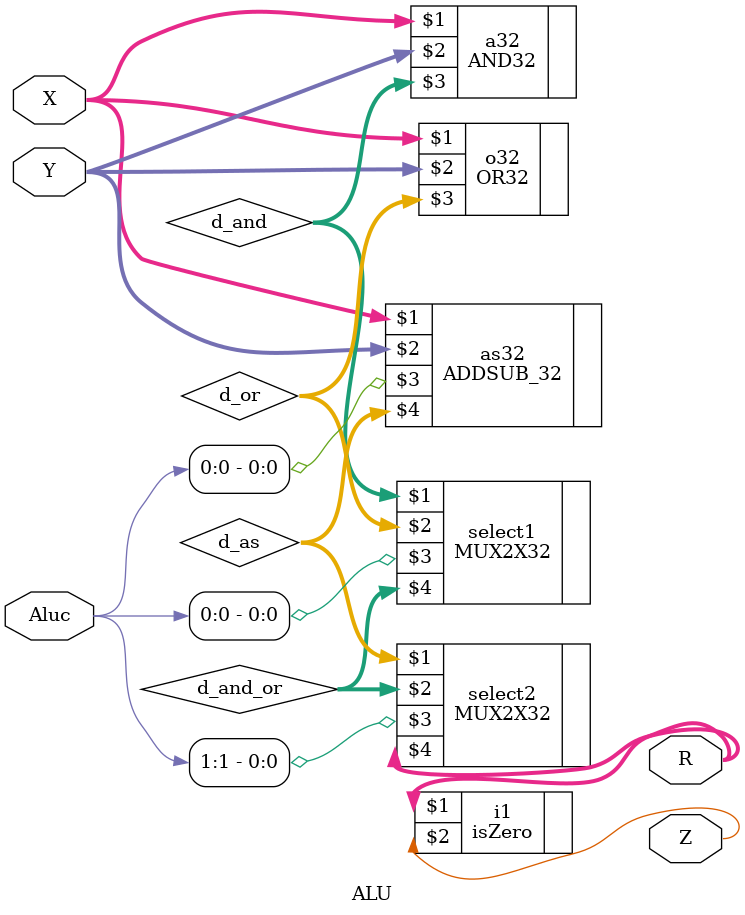
<source format=v>
module ALU(X,Y,Aluc,R,Z);
    input [31:0]X,Y;
    input [1:0] Aluc;
    output [31:0]R;
    output Z;
    wire [31:0]d_as,d_and,d_or,d_and_or;
    ADDSUB_32 as32(X,Y,Aluc[0],d_as);
    AND32 a32(X,Y,d_and);
    OR32 o32(X,Y,d_or);
    MUX2X32 select1(d_and,d_or,Aluc[0],d_and_or);
    MUX2X32 select2(d_as,d_and_or,Aluc[1],R);
    isZero i1(R,Z);
endmodule
</source>
